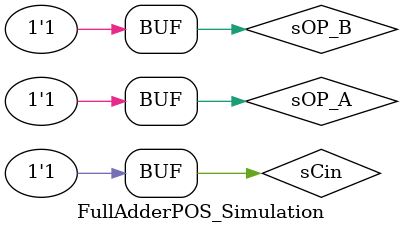
<source format=sv>
`timescale 1ns / 1ps

module FullAdderPOS_Simulation();

    logic sOP_A, sOP_B, sCin, sSUM_SOP, sCO_SOP, sSUM_POS, sCO_POS;

    FullAdderPOS UUT (
        .OP_A(sOP_A), .OP_B(sOP_B), .Cin(sCin), .SUM_SOP(sSUM_SOP),
        .SUM_POS(sSUM_POS), .CO_SOP(sCO_SOP), .CO_POS(sCO_POS));

    initial begin
    
        // Loop through all combinations instead of writing one by one
        for (byte a = 0; a < 2; a++) begin
            for (byte b = 0; b < 2; b++) begin
                for (byte cin = 0; cin < 2; cin++) begin
                    sOP_A = a; sOP_B = b;
                    sCin = cin;
                    #10;
                end
            end
        end
    
    end

endmodule

</source>
